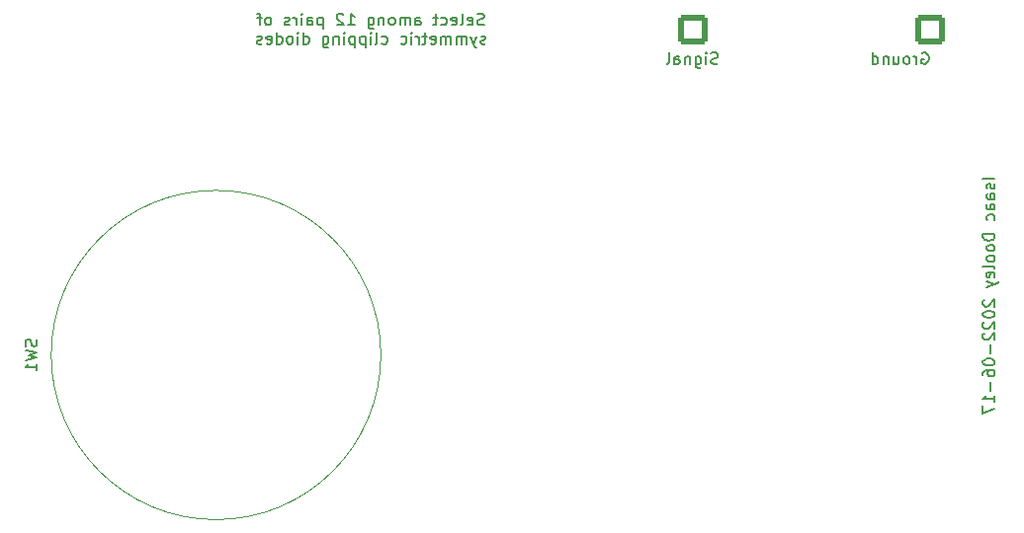
<source format=gbo>
G04 #@! TF.GenerationSoftware,KiCad,Pcbnew,(6.0.5-0)*
G04 #@! TF.CreationDate,2022-06-18T11:44:55-04:00*
G04 #@! TF.ProjectId,Diode Switcher Project,44696f64-6520-4537-9769-746368657220,rev?*
G04 #@! TF.SameCoordinates,Original*
G04 #@! TF.FileFunction,Legend,Bot*
G04 #@! TF.FilePolarity,Positive*
%FSLAX46Y46*%
G04 Gerber Fmt 4.6, Leading zero omitted, Abs format (unit mm)*
G04 Created by KiCad (PCBNEW (6.0.5-0)) date 2022-06-18 11:44:55*
%MOMM*%
%LPD*%
G01*
G04 APERTURE LIST*
G04 Aperture macros list*
%AMRoundRect*
0 Rectangle with rounded corners*
0 $1 Rounding radius*
0 $2 $3 $4 $5 $6 $7 $8 $9 X,Y pos of 4 corners*
0 Add a 4 corners polygon primitive as box body*
4,1,4,$2,$3,$4,$5,$6,$7,$8,$9,$2,$3,0*
0 Add four circle primitives for the rounded corners*
1,1,$1+$1,$2,$3*
1,1,$1+$1,$4,$5*
1,1,$1+$1,$6,$7*
1,1,$1+$1,$8,$9*
0 Add four rect primitives between the rounded corners*
20,1,$1+$1,$2,$3,$4,$5,0*
20,1,$1+$1,$4,$5,$6,$7,0*
20,1,$1+$1,$6,$7,$8,$9,0*
20,1,$1+$1,$8,$9,$2,$3,0*%
G04 Aperture macros list end*
%ADD10C,0.150000*%
%ADD11C,0.120000*%
%ADD12R,2.400000X2.400000*%
%ADD13O,2.400000X2.400000*%
%ADD14R,2.240000X2.240000*%
%ADD15O,2.240000X2.240000*%
%ADD16O,3.000000X3.000000*%
%ADD17RoundRect,0.249999X-1.025001X-1.025001X1.025001X-1.025001X1.025001X1.025001X-1.025001X1.025001X0*%
G04 APERTURE END LIST*
D10*
X99512380Y-33156190D02*
X98512380Y-33156190D01*
X99464761Y-33584761D02*
X99512380Y-33680000D01*
X99512380Y-33870476D01*
X99464761Y-33965714D01*
X99369523Y-34013333D01*
X99321904Y-34013333D01*
X99226666Y-33965714D01*
X99179047Y-33870476D01*
X99179047Y-33727619D01*
X99131428Y-33632380D01*
X99036190Y-33584761D01*
X98988571Y-33584761D01*
X98893333Y-33632380D01*
X98845714Y-33727619D01*
X98845714Y-33870476D01*
X98893333Y-33965714D01*
X99512380Y-34870476D02*
X98988571Y-34870476D01*
X98893333Y-34822857D01*
X98845714Y-34727619D01*
X98845714Y-34537142D01*
X98893333Y-34441904D01*
X99464761Y-34870476D02*
X99512380Y-34775238D01*
X99512380Y-34537142D01*
X99464761Y-34441904D01*
X99369523Y-34394285D01*
X99274285Y-34394285D01*
X99179047Y-34441904D01*
X99131428Y-34537142D01*
X99131428Y-34775238D01*
X99083809Y-34870476D01*
X99512380Y-35775238D02*
X98988571Y-35775238D01*
X98893333Y-35727619D01*
X98845714Y-35632380D01*
X98845714Y-35441904D01*
X98893333Y-35346666D01*
X99464761Y-35775238D02*
X99512380Y-35680000D01*
X99512380Y-35441904D01*
X99464761Y-35346666D01*
X99369523Y-35299047D01*
X99274285Y-35299047D01*
X99179047Y-35346666D01*
X99131428Y-35441904D01*
X99131428Y-35680000D01*
X99083809Y-35775238D01*
X99464761Y-36680000D02*
X99512380Y-36584761D01*
X99512380Y-36394285D01*
X99464761Y-36299047D01*
X99417142Y-36251428D01*
X99321904Y-36203809D01*
X99036190Y-36203809D01*
X98940952Y-36251428D01*
X98893333Y-36299047D01*
X98845714Y-36394285D01*
X98845714Y-36584761D01*
X98893333Y-36680000D01*
X99512380Y-37870476D02*
X98512380Y-37870476D01*
X98512380Y-38108571D01*
X98560000Y-38251428D01*
X98655238Y-38346666D01*
X98750476Y-38394285D01*
X98940952Y-38441904D01*
X99083809Y-38441904D01*
X99274285Y-38394285D01*
X99369523Y-38346666D01*
X99464761Y-38251428D01*
X99512380Y-38108571D01*
X99512380Y-37870476D01*
X99512380Y-39013333D02*
X99464761Y-38918095D01*
X99417142Y-38870476D01*
X99321904Y-38822857D01*
X99036190Y-38822857D01*
X98940952Y-38870476D01*
X98893333Y-38918095D01*
X98845714Y-39013333D01*
X98845714Y-39156190D01*
X98893333Y-39251428D01*
X98940952Y-39299047D01*
X99036190Y-39346666D01*
X99321904Y-39346666D01*
X99417142Y-39299047D01*
X99464761Y-39251428D01*
X99512380Y-39156190D01*
X99512380Y-39013333D01*
X99512380Y-39918095D02*
X99464761Y-39822857D01*
X99417142Y-39775238D01*
X99321904Y-39727619D01*
X99036190Y-39727619D01*
X98940952Y-39775238D01*
X98893333Y-39822857D01*
X98845714Y-39918095D01*
X98845714Y-40060952D01*
X98893333Y-40156190D01*
X98940952Y-40203809D01*
X99036190Y-40251428D01*
X99321904Y-40251428D01*
X99417142Y-40203809D01*
X99464761Y-40156190D01*
X99512380Y-40060952D01*
X99512380Y-39918095D01*
X99512380Y-40822857D02*
X99464761Y-40727619D01*
X99369523Y-40680000D01*
X98512380Y-40680000D01*
X99464761Y-41584761D02*
X99512380Y-41489523D01*
X99512380Y-41299047D01*
X99464761Y-41203809D01*
X99369523Y-41156190D01*
X98988571Y-41156190D01*
X98893333Y-41203809D01*
X98845714Y-41299047D01*
X98845714Y-41489523D01*
X98893333Y-41584761D01*
X98988571Y-41632380D01*
X99083809Y-41632380D01*
X99179047Y-41156190D01*
X98845714Y-41965714D02*
X99512380Y-42203809D01*
X98845714Y-42441904D02*
X99512380Y-42203809D01*
X99750476Y-42108571D01*
X99798095Y-42060952D01*
X99845714Y-41965714D01*
X98607619Y-43537142D02*
X98560000Y-43584761D01*
X98512380Y-43680000D01*
X98512380Y-43918095D01*
X98560000Y-44013333D01*
X98607619Y-44060952D01*
X98702857Y-44108571D01*
X98798095Y-44108571D01*
X98940952Y-44060952D01*
X99512380Y-43489523D01*
X99512380Y-44108571D01*
X98512380Y-44727619D02*
X98512380Y-44822857D01*
X98560000Y-44918095D01*
X98607619Y-44965714D01*
X98702857Y-45013333D01*
X98893333Y-45060952D01*
X99131428Y-45060952D01*
X99321904Y-45013333D01*
X99417142Y-44965714D01*
X99464761Y-44918095D01*
X99512380Y-44822857D01*
X99512380Y-44727619D01*
X99464761Y-44632380D01*
X99417142Y-44584761D01*
X99321904Y-44537142D01*
X99131428Y-44489523D01*
X98893333Y-44489523D01*
X98702857Y-44537142D01*
X98607619Y-44584761D01*
X98560000Y-44632380D01*
X98512380Y-44727619D01*
X98607619Y-45441904D02*
X98560000Y-45489523D01*
X98512380Y-45584761D01*
X98512380Y-45822857D01*
X98560000Y-45918095D01*
X98607619Y-45965714D01*
X98702857Y-46013333D01*
X98798095Y-46013333D01*
X98940952Y-45965714D01*
X99512380Y-45394285D01*
X99512380Y-46013333D01*
X98607619Y-46394285D02*
X98560000Y-46441904D01*
X98512380Y-46537142D01*
X98512380Y-46775238D01*
X98560000Y-46870476D01*
X98607619Y-46918095D01*
X98702857Y-46965714D01*
X98798095Y-46965714D01*
X98940952Y-46918095D01*
X99512380Y-46346666D01*
X99512380Y-46965714D01*
X99131428Y-47394285D02*
X99131428Y-48156190D01*
X98512380Y-48822857D02*
X98512380Y-48918095D01*
X98560000Y-49013333D01*
X98607619Y-49060952D01*
X98702857Y-49108571D01*
X98893333Y-49156190D01*
X99131428Y-49156190D01*
X99321904Y-49108571D01*
X99417142Y-49060952D01*
X99464761Y-49013333D01*
X99512380Y-48918095D01*
X99512380Y-48822857D01*
X99464761Y-48727619D01*
X99417142Y-48679999D01*
X99321904Y-48632380D01*
X99131428Y-48584761D01*
X98893333Y-48584761D01*
X98702857Y-48632380D01*
X98607619Y-48679999D01*
X98560000Y-48727619D01*
X98512380Y-48822857D01*
X98512380Y-50013333D02*
X98512380Y-49822857D01*
X98560000Y-49727619D01*
X98607619Y-49679999D01*
X98750476Y-49584761D01*
X98940952Y-49537142D01*
X99321904Y-49537142D01*
X99417142Y-49584761D01*
X99464761Y-49632380D01*
X99512380Y-49727619D01*
X99512380Y-49918095D01*
X99464761Y-50013333D01*
X99417142Y-50060952D01*
X99321904Y-50108571D01*
X99083809Y-50108571D01*
X98988571Y-50060952D01*
X98940952Y-50013333D01*
X98893333Y-49918095D01*
X98893333Y-49727619D01*
X98940952Y-49632380D01*
X98988571Y-49584761D01*
X99083809Y-49537142D01*
X99131428Y-50537142D02*
X99131428Y-51299047D01*
X99512380Y-52299047D02*
X99512380Y-51727619D01*
X99512380Y-52013333D02*
X98512380Y-52013333D01*
X98655238Y-51918095D01*
X98750476Y-51822857D01*
X98798095Y-51727619D01*
X98512380Y-52632380D02*
X98512380Y-53299047D01*
X99512380Y-52870476D01*
X55767619Y-19919761D02*
X55624761Y-19967380D01*
X55386666Y-19967380D01*
X55291428Y-19919761D01*
X55243809Y-19872142D01*
X55196190Y-19776904D01*
X55196190Y-19681666D01*
X55243809Y-19586428D01*
X55291428Y-19538809D01*
X55386666Y-19491190D01*
X55577142Y-19443571D01*
X55672380Y-19395952D01*
X55720000Y-19348333D01*
X55767619Y-19253095D01*
X55767619Y-19157857D01*
X55720000Y-19062619D01*
X55672380Y-19015000D01*
X55577142Y-18967380D01*
X55339047Y-18967380D01*
X55196190Y-19015000D01*
X54386666Y-19919761D02*
X54481904Y-19967380D01*
X54672380Y-19967380D01*
X54767619Y-19919761D01*
X54815238Y-19824523D01*
X54815238Y-19443571D01*
X54767619Y-19348333D01*
X54672380Y-19300714D01*
X54481904Y-19300714D01*
X54386666Y-19348333D01*
X54339047Y-19443571D01*
X54339047Y-19538809D01*
X54815238Y-19634047D01*
X53767619Y-19967380D02*
X53862857Y-19919761D01*
X53910476Y-19824523D01*
X53910476Y-18967380D01*
X53005714Y-19919761D02*
X53100952Y-19967380D01*
X53291428Y-19967380D01*
X53386666Y-19919761D01*
X53434285Y-19824523D01*
X53434285Y-19443571D01*
X53386666Y-19348333D01*
X53291428Y-19300714D01*
X53100952Y-19300714D01*
X53005714Y-19348333D01*
X52958095Y-19443571D01*
X52958095Y-19538809D01*
X53434285Y-19634047D01*
X52100952Y-19919761D02*
X52196190Y-19967380D01*
X52386666Y-19967380D01*
X52481904Y-19919761D01*
X52529523Y-19872142D01*
X52577142Y-19776904D01*
X52577142Y-19491190D01*
X52529523Y-19395952D01*
X52481904Y-19348333D01*
X52386666Y-19300714D01*
X52196190Y-19300714D01*
X52100952Y-19348333D01*
X51815238Y-19300714D02*
X51434285Y-19300714D01*
X51672380Y-18967380D02*
X51672380Y-19824523D01*
X51624761Y-19919761D01*
X51529523Y-19967380D01*
X51434285Y-19967380D01*
X49910476Y-19967380D02*
X49910476Y-19443571D01*
X49958095Y-19348333D01*
X50053333Y-19300714D01*
X50243809Y-19300714D01*
X50339047Y-19348333D01*
X49910476Y-19919761D02*
X50005714Y-19967380D01*
X50243809Y-19967380D01*
X50339047Y-19919761D01*
X50386666Y-19824523D01*
X50386666Y-19729285D01*
X50339047Y-19634047D01*
X50243809Y-19586428D01*
X50005714Y-19586428D01*
X49910476Y-19538809D01*
X49434285Y-19967380D02*
X49434285Y-19300714D01*
X49434285Y-19395952D02*
X49386666Y-19348333D01*
X49291428Y-19300714D01*
X49148571Y-19300714D01*
X49053333Y-19348333D01*
X49005714Y-19443571D01*
X49005714Y-19967380D01*
X49005714Y-19443571D02*
X48958095Y-19348333D01*
X48862857Y-19300714D01*
X48720000Y-19300714D01*
X48624761Y-19348333D01*
X48577142Y-19443571D01*
X48577142Y-19967380D01*
X47958095Y-19967380D02*
X48053333Y-19919761D01*
X48100952Y-19872142D01*
X48148571Y-19776904D01*
X48148571Y-19491190D01*
X48100952Y-19395952D01*
X48053333Y-19348333D01*
X47958095Y-19300714D01*
X47815238Y-19300714D01*
X47720000Y-19348333D01*
X47672380Y-19395952D01*
X47624761Y-19491190D01*
X47624761Y-19776904D01*
X47672380Y-19872142D01*
X47720000Y-19919761D01*
X47815238Y-19967380D01*
X47958095Y-19967380D01*
X47196190Y-19300714D02*
X47196190Y-19967380D01*
X47196190Y-19395952D02*
X47148571Y-19348333D01*
X47053333Y-19300714D01*
X46910476Y-19300714D01*
X46815238Y-19348333D01*
X46767619Y-19443571D01*
X46767619Y-19967380D01*
X45862857Y-19300714D02*
X45862857Y-20110238D01*
X45910476Y-20205476D01*
X45958095Y-20253095D01*
X46053333Y-20300714D01*
X46196190Y-20300714D01*
X46291428Y-20253095D01*
X45862857Y-19919761D02*
X45958095Y-19967380D01*
X46148571Y-19967380D01*
X46243809Y-19919761D01*
X46291428Y-19872142D01*
X46339047Y-19776904D01*
X46339047Y-19491190D01*
X46291428Y-19395952D01*
X46243809Y-19348333D01*
X46148571Y-19300714D01*
X45958095Y-19300714D01*
X45862857Y-19348333D01*
X44100952Y-19967380D02*
X44672380Y-19967380D01*
X44386666Y-19967380D02*
X44386666Y-18967380D01*
X44481904Y-19110238D01*
X44577142Y-19205476D01*
X44672380Y-19253095D01*
X43720000Y-19062619D02*
X43672380Y-19015000D01*
X43577142Y-18967380D01*
X43339047Y-18967380D01*
X43243809Y-19015000D01*
X43196190Y-19062619D01*
X43148571Y-19157857D01*
X43148571Y-19253095D01*
X43196190Y-19395952D01*
X43767619Y-19967380D01*
X43148571Y-19967380D01*
X41958095Y-19300714D02*
X41958095Y-20300714D01*
X41958095Y-19348333D02*
X41862857Y-19300714D01*
X41672380Y-19300714D01*
X41577142Y-19348333D01*
X41529523Y-19395952D01*
X41481904Y-19491190D01*
X41481904Y-19776904D01*
X41529523Y-19872142D01*
X41577142Y-19919761D01*
X41672380Y-19967380D01*
X41862857Y-19967380D01*
X41958095Y-19919761D01*
X40624761Y-19967380D02*
X40624761Y-19443571D01*
X40672380Y-19348333D01*
X40767619Y-19300714D01*
X40958095Y-19300714D01*
X41053333Y-19348333D01*
X40624761Y-19919761D02*
X40720000Y-19967380D01*
X40958095Y-19967380D01*
X41053333Y-19919761D01*
X41100952Y-19824523D01*
X41100952Y-19729285D01*
X41053333Y-19634047D01*
X40958095Y-19586428D01*
X40720000Y-19586428D01*
X40624761Y-19538809D01*
X40148571Y-19967380D02*
X40148571Y-19300714D01*
X40148571Y-18967380D02*
X40196190Y-19015000D01*
X40148571Y-19062619D01*
X40100952Y-19015000D01*
X40148571Y-18967380D01*
X40148571Y-19062619D01*
X39672380Y-19967380D02*
X39672380Y-19300714D01*
X39672380Y-19491190D02*
X39624761Y-19395952D01*
X39577142Y-19348333D01*
X39481904Y-19300714D01*
X39386666Y-19300714D01*
X39100952Y-19919761D02*
X39005714Y-19967380D01*
X38815238Y-19967380D01*
X38720000Y-19919761D01*
X38672380Y-19824523D01*
X38672380Y-19776904D01*
X38720000Y-19681666D01*
X38815238Y-19634047D01*
X38958095Y-19634047D01*
X39053333Y-19586428D01*
X39100952Y-19491190D01*
X39100952Y-19443571D01*
X39053333Y-19348333D01*
X38958095Y-19300714D01*
X38815238Y-19300714D01*
X38720000Y-19348333D01*
X37339047Y-19967380D02*
X37434285Y-19919761D01*
X37481904Y-19872142D01*
X37529523Y-19776904D01*
X37529523Y-19491190D01*
X37481904Y-19395952D01*
X37434285Y-19348333D01*
X37339047Y-19300714D01*
X37196190Y-19300714D01*
X37100952Y-19348333D01*
X37053333Y-19395952D01*
X37005714Y-19491190D01*
X37005714Y-19776904D01*
X37053333Y-19872142D01*
X37100952Y-19919761D01*
X37196190Y-19967380D01*
X37339047Y-19967380D01*
X36720000Y-19300714D02*
X36339047Y-19300714D01*
X36577142Y-19967380D02*
X36577142Y-19110238D01*
X36529523Y-19015000D01*
X36434285Y-18967380D01*
X36339047Y-18967380D01*
X55886666Y-21529761D02*
X55791428Y-21577380D01*
X55600952Y-21577380D01*
X55505714Y-21529761D01*
X55458095Y-21434523D01*
X55458095Y-21386904D01*
X55505714Y-21291666D01*
X55600952Y-21244047D01*
X55743809Y-21244047D01*
X55839047Y-21196428D01*
X55886666Y-21101190D01*
X55886666Y-21053571D01*
X55839047Y-20958333D01*
X55743809Y-20910714D01*
X55600952Y-20910714D01*
X55505714Y-20958333D01*
X55124761Y-20910714D02*
X54886666Y-21577380D01*
X54648571Y-20910714D02*
X54886666Y-21577380D01*
X54981904Y-21815476D01*
X55029523Y-21863095D01*
X55124761Y-21910714D01*
X54267619Y-21577380D02*
X54267619Y-20910714D01*
X54267619Y-21005952D02*
X54220000Y-20958333D01*
X54124761Y-20910714D01*
X53981904Y-20910714D01*
X53886666Y-20958333D01*
X53839047Y-21053571D01*
X53839047Y-21577380D01*
X53839047Y-21053571D02*
X53791428Y-20958333D01*
X53696190Y-20910714D01*
X53553333Y-20910714D01*
X53458095Y-20958333D01*
X53410476Y-21053571D01*
X53410476Y-21577380D01*
X52934285Y-21577380D02*
X52934285Y-20910714D01*
X52934285Y-21005952D02*
X52886666Y-20958333D01*
X52791428Y-20910714D01*
X52648571Y-20910714D01*
X52553333Y-20958333D01*
X52505714Y-21053571D01*
X52505714Y-21577380D01*
X52505714Y-21053571D02*
X52458095Y-20958333D01*
X52362857Y-20910714D01*
X52220000Y-20910714D01*
X52124761Y-20958333D01*
X52077142Y-21053571D01*
X52077142Y-21577380D01*
X51220000Y-21529761D02*
X51315238Y-21577380D01*
X51505714Y-21577380D01*
X51600952Y-21529761D01*
X51648571Y-21434523D01*
X51648571Y-21053571D01*
X51600952Y-20958333D01*
X51505714Y-20910714D01*
X51315238Y-20910714D01*
X51220000Y-20958333D01*
X51172380Y-21053571D01*
X51172380Y-21148809D01*
X51648571Y-21244047D01*
X50886666Y-20910714D02*
X50505714Y-20910714D01*
X50743809Y-20577380D02*
X50743809Y-21434523D01*
X50696190Y-21529761D01*
X50600952Y-21577380D01*
X50505714Y-21577380D01*
X50172380Y-21577380D02*
X50172380Y-20910714D01*
X50172380Y-21101190D02*
X50124761Y-21005952D01*
X50077142Y-20958333D01*
X49981904Y-20910714D01*
X49886666Y-20910714D01*
X49553333Y-21577380D02*
X49553333Y-20910714D01*
X49553333Y-20577380D02*
X49600952Y-20625000D01*
X49553333Y-20672619D01*
X49505714Y-20625000D01*
X49553333Y-20577380D01*
X49553333Y-20672619D01*
X48648571Y-21529761D02*
X48743809Y-21577380D01*
X48934285Y-21577380D01*
X49029523Y-21529761D01*
X49077142Y-21482142D01*
X49124761Y-21386904D01*
X49124761Y-21101190D01*
X49077142Y-21005952D01*
X49029523Y-20958333D01*
X48934285Y-20910714D01*
X48743809Y-20910714D01*
X48648571Y-20958333D01*
X47029523Y-21529761D02*
X47124761Y-21577380D01*
X47315238Y-21577380D01*
X47410476Y-21529761D01*
X47458095Y-21482142D01*
X47505714Y-21386904D01*
X47505714Y-21101190D01*
X47458095Y-21005952D01*
X47410476Y-20958333D01*
X47315238Y-20910714D01*
X47124761Y-20910714D01*
X47029523Y-20958333D01*
X46458095Y-21577380D02*
X46553333Y-21529761D01*
X46600952Y-21434523D01*
X46600952Y-20577380D01*
X46077142Y-21577380D02*
X46077142Y-20910714D01*
X46077142Y-20577380D02*
X46124761Y-20625000D01*
X46077142Y-20672619D01*
X46029523Y-20625000D01*
X46077142Y-20577380D01*
X46077142Y-20672619D01*
X45600952Y-20910714D02*
X45600952Y-21910714D01*
X45600952Y-20958333D02*
X45505714Y-20910714D01*
X45315238Y-20910714D01*
X45220000Y-20958333D01*
X45172380Y-21005952D01*
X45124761Y-21101190D01*
X45124761Y-21386904D01*
X45172380Y-21482142D01*
X45220000Y-21529761D01*
X45315238Y-21577380D01*
X45505714Y-21577380D01*
X45600952Y-21529761D01*
X44696190Y-20910714D02*
X44696190Y-21910714D01*
X44696190Y-20958333D02*
X44600952Y-20910714D01*
X44410476Y-20910714D01*
X44315238Y-20958333D01*
X44267619Y-21005952D01*
X44220000Y-21101190D01*
X44220000Y-21386904D01*
X44267619Y-21482142D01*
X44315238Y-21529761D01*
X44410476Y-21577380D01*
X44600952Y-21577380D01*
X44696190Y-21529761D01*
X43791428Y-21577380D02*
X43791428Y-20910714D01*
X43791428Y-20577380D02*
X43839047Y-20625000D01*
X43791428Y-20672619D01*
X43743809Y-20625000D01*
X43791428Y-20577380D01*
X43791428Y-20672619D01*
X43315238Y-20910714D02*
X43315238Y-21577380D01*
X43315238Y-21005952D02*
X43267619Y-20958333D01*
X43172380Y-20910714D01*
X43029523Y-20910714D01*
X42934285Y-20958333D01*
X42886666Y-21053571D01*
X42886666Y-21577380D01*
X41981904Y-20910714D02*
X41981904Y-21720238D01*
X42029523Y-21815476D01*
X42077142Y-21863095D01*
X42172380Y-21910714D01*
X42315238Y-21910714D01*
X42410476Y-21863095D01*
X41981904Y-21529761D02*
X42077142Y-21577380D01*
X42267619Y-21577380D01*
X42362857Y-21529761D01*
X42410476Y-21482142D01*
X42458095Y-21386904D01*
X42458095Y-21101190D01*
X42410476Y-21005952D01*
X42362857Y-20958333D01*
X42267619Y-20910714D01*
X42077142Y-20910714D01*
X41981904Y-20958333D01*
X40315238Y-21577380D02*
X40315238Y-20577380D01*
X40315238Y-21529761D02*
X40410476Y-21577380D01*
X40600952Y-21577380D01*
X40696190Y-21529761D01*
X40743809Y-21482142D01*
X40791428Y-21386904D01*
X40791428Y-21101190D01*
X40743809Y-21005952D01*
X40696190Y-20958333D01*
X40600952Y-20910714D01*
X40410476Y-20910714D01*
X40315238Y-20958333D01*
X39839047Y-21577380D02*
X39839047Y-20910714D01*
X39839047Y-20577380D02*
X39886666Y-20625000D01*
X39839047Y-20672619D01*
X39791428Y-20625000D01*
X39839047Y-20577380D01*
X39839047Y-20672619D01*
X39220000Y-21577380D02*
X39315238Y-21529761D01*
X39362857Y-21482142D01*
X39410476Y-21386904D01*
X39410476Y-21101190D01*
X39362857Y-21005952D01*
X39315238Y-20958333D01*
X39220000Y-20910714D01*
X39077142Y-20910714D01*
X38981904Y-20958333D01*
X38934285Y-21005952D01*
X38886666Y-21101190D01*
X38886666Y-21386904D01*
X38934285Y-21482142D01*
X38981904Y-21529761D01*
X39077142Y-21577380D01*
X39220000Y-21577380D01*
X38029523Y-21577380D02*
X38029523Y-20577380D01*
X38029523Y-21529761D02*
X38124761Y-21577380D01*
X38315238Y-21577380D01*
X38410476Y-21529761D01*
X38458095Y-21482142D01*
X38505714Y-21386904D01*
X38505714Y-21101190D01*
X38458095Y-21005952D01*
X38410476Y-20958333D01*
X38315238Y-20910714D01*
X38124761Y-20910714D01*
X38029523Y-20958333D01*
X37172380Y-21529761D02*
X37267619Y-21577380D01*
X37458095Y-21577380D01*
X37553333Y-21529761D01*
X37600952Y-21434523D01*
X37600952Y-21053571D01*
X37553333Y-20958333D01*
X37458095Y-20910714D01*
X37267619Y-20910714D01*
X37172380Y-20958333D01*
X37124761Y-21053571D01*
X37124761Y-21148809D01*
X37600952Y-21244047D01*
X36743809Y-21529761D02*
X36648571Y-21577380D01*
X36458095Y-21577380D01*
X36362857Y-21529761D01*
X36315238Y-21434523D01*
X36315238Y-21386904D01*
X36362857Y-21291666D01*
X36458095Y-21244047D01*
X36600952Y-21244047D01*
X36696190Y-21196428D01*
X36743809Y-21101190D01*
X36743809Y-21053571D01*
X36696190Y-20958333D01*
X36600952Y-20910714D01*
X36458095Y-20910714D01*
X36362857Y-20958333D01*
X93297142Y-22360000D02*
X93392380Y-22312380D01*
X93535238Y-22312380D01*
X93678095Y-22360000D01*
X93773333Y-22455238D01*
X93820952Y-22550476D01*
X93868571Y-22740952D01*
X93868571Y-22883809D01*
X93820952Y-23074285D01*
X93773333Y-23169523D01*
X93678095Y-23264761D01*
X93535238Y-23312380D01*
X93440000Y-23312380D01*
X93297142Y-23264761D01*
X93249523Y-23217142D01*
X93249523Y-22883809D01*
X93440000Y-22883809D01*
X92820952Y-23312380D02*
X92820952Y-22645714D01*
X92820952Y-22836190D02*
X92773333Y-22740952D01*
X92725714Y-22693333D01*
X92630476Y-22645714D01*
X92535238Y-22645714D01*
X92059047Y-23312380D02*
X92154285Y-23264761D01*
X92201904Y-23217142D01*
X92249523Y-23121904D01*
X92249523Y-22836190D01*
X92201904Y-22740952D01*
X92154285Y-22693333D01*
X92059047Y-22645714D01*
X91916190Y-22645714D01*
X91820952Y-22693333D01*
X91773333Y-22740952D01*
X91725714Y-22836190D01*
X91725714Y-23121904D01*
X91773333Y-23217142D01*
X91820952Y-23264761D01*
X91916190Y-23312380D01*
X92059047Y-23312380D01*
X90868571Y-22645714D02*
X90868571Y-23312380D01*
X91297142Y-22645714D02*
X91297142Y-23169523D01*
X91249523Y-23264761D01*
X91154285Y-23312380D01*
X91011428Y-23312380D01*
X90916190Y-23264761D01*
X90868571Y-23217142D01*
X90392380Y-22645714D02*
X90392380Y-23312380D01*
X90392380Y-22740952D02*
X90344761Y-22693333D01*
X90249523Y-22645714D01*
X90106666Y-22645714D01*
X90011428Y-22693333D01*
X89963809Y-22788571D01*
X89963809Y-23312380D01*
X89059047Y-23312380D02*
X89059047Y-22312380D01*
X89059047Y-23264761D02*
X89154285Y-23312380D01*
X89344761Y-23312380D01*
X89440000Y-23264761D01*
X89487619Y-23217142D01*
X89535238Y-23121904D01*
X89535238Y-22836190D01*
X89487619Y-22740952D01*
X89440000Y-22693333D01*
X89344761Y-22645714D01*
X89154285Y-22645714D01*
X89059047Y-22693333D01*
X75802857Y-23264761D02*
X75660000Y-23312380D01*
X75421904Y-23312380D01*
X75326666Y-23264761D01*
X75279047Y-23217142D01*
X75231428Y-23121904D01*
X75231428Y-23026666D01*
X75279047Y-22931428D01*
X75326666Y-22883809D01*
X75421904Y-22836190D01*
X75612380Y-22788571D01*
X75707619Y-22740952D01*
X75755238Y-22693333D01*
X75802857Y-22598095D01*
X75802857Y-22502857D01*
X75755238Y-22407619D01*
X75707619Y-22360000D01*
X75612380Y-22312380D01*
X75374285Y-22312380D01*
X75231428Y-22360000D01*
X74802857Y-23312380D02*
X74802857Y-22645714D01*
X74802857Y-22312380D02*
X74850476Y-22360000D01*
X74802857Y-22407619D01*
X74755238Y-22360000D01*
X74802857Y-22312380D01*
X74802857Y-22407619D01*
X73898095Y-22645714D02*
X73898095Y-23455238D01*
X73945714Y-23550476D01*
X73993333Y-23598095D01*
X74088571Y-23645714D01*
X74231428Y-23645714D01*
X74326666Y-23598095D01*
X73898095Y-23264761D02*
X73993333Y-23312380D01*
X74183809Y-23312380D01*
X74279047Y-23264761D01*
X74326666Y-23217142D01*
X74374285Y-23121904D01*
X74374285Y-22836190D01*
X74326666Y-22740952D01*
X74279047Y-22693333D01*
X74183809Y-22645714D01*
X73993333Y-22645714D01*
X73898095Y-22693333D01*
X73421904Y-22645714D02*
X73421904Y-23312380D01*
X73421904Y-22740952D02*
X73374285Y-22693333D01*
X73279047Y-22645714D01*
X73136190Y-22645714D01*
X73040952Y-22693333D01*
X72993333Y-22788571D01*
X72993333Y-23312380D01*
X72088571Y-23312380D02*
X72088571Y-22788571D01*
X72136190Y-22693333D01*
X72231428Y-22645714D01*
X72421904Y-22645714D01*
X72517142Y-22693333D01*
X72088571Y-23264761D02*
X72183809Y-23312380D01*
X72421904Y-23312380D01*
X72517142Y-23264761D01*
X72564761Y-23169523D01*
X72564761Y-23074285D01*
X72517142Y-22979047D01*
X72421904Y-22931428D01*
X72183809Y-22931428D01*
X72088571Y-22883809D01*
X71469523Y-23312380D02*
X71564761Y-23264761D01*
X71612380Y-23169523D01*
X71612380Y-22312380D01*
X17430000Y-46926666D02*
X17477619Y-47069523D01*
X17477619Y-47307619D01*
X17430000Y-47402857D01*
X17382381Y-47450476D01*
X17287143Y-47498095D01*
X17191905Y-47498095D01*
X17096667Y-47450476D01*
X17049048Y-47402857D01*
X17001429Y-47307619D01*
X16953810Y-47117142D01*
X16906191Y-47021904D01*
X16858572Y-46974285D01*
X16763334Y-46926666D01*
X16668096Y-46926666D01*
X16572858Y-46974285D01*
X16525239Y-47021904D01*
X16477619Y-47117142D01*
X16477619Y-47355238D01*
X16525239Y-47498095D01*
X16477619Y-47831428D02*
X17477619Y-48069523D01*
X16763334Y-48260000D01*
X17477619Y-48450476D01*
X16477619Y-48688571D01*
X17477619Y-49593333D02*
X17477619Y-49021904D01*
X17477619Y-49307619D02*
X16477619Y-49307619D01*
X16620477Y-49212380D01*
X16715715Y-49117142D01*
X16763334Y-49021904D01*
D11*
X46940239Y-48260000D02*
G75*
G03*
X46940239Y-48260000I-14120000J0D01*
G01*
%LPC*%
D12*
X38100000Y-30480000D03*
D13*
X43180000Y-30480000D03*
D12*
X43180000Y-25400000D03*
D13*
X38100000Y-25400000D03*
D14*
X27940000Y-30480000D03*
D15*
X30480000Y-30480000D03*
X27940000Y-25400000D03*
D14*
X30480000Y-25400000D03*
D16*
X43542015Y-45387109D03*
X40669124Y-40411115D03*
X35693130Y-37538224D03*
X29947348Y-37538224D03*
X24971354Y-40411115D03*
X22098463Y-45387109D03*
X22098463Y-51132891D03*
X24971354Y-56108885D03*
X29947348Y-58981776D03*
X35693130Y-58981776D03*
X40669124Y-56108885D03*
X43542015Y-51132891D03*
X35542600Y-45537639D03*
D17*
X73660000Y-20320000D03*
X93980000Y-20320000D03*
D12*
X91086161Y-62149921D03*
D13*
X106326161Y-62149921D03*
D12*
X106326161Y-57069921D03*
D13*
X91086161Y-57069921D03*
D12*
X91165366Y-51564581D03*
D13*
X106405366Y-51564581D03*
D12*
X106405366Y-46484581D03*
D13*
X91165366Y-46484581D03*
D12*
X91365127Y-41007210D03*
D13*
X106605127Y-41007210D03*
D12*
X106605127Y-35927210D03*
D13*
X91365127Y-35927210D03*
D12*
X91440000Y-30480000D03*
D13*
X106680000Y-30480000D03*
D12*
X106680000Y-25400000D03*
D13*
X91440000Y-25400000D03*
D12*
X70766161Y-62149921D03*
D13*
X86006161Y-62149921D03*
D12*
X86006161Y-57069921D03*
D13*
X70766161Y-57069921D03*
D12*
X70845366Y-51564581D03*
D13*
X86085366Y-51564581D03*
D12*
X86085366Y-46484581D03*
D13*
X70845366Y-46484581D03*
D12*
X71045127Y-41007210D03*
D13*
X86285127Y-41007210D03*
D12*
X86285127Y-35927210D03*
D13*
X71045127Y-35927210D03*
D12*
X71120000Y-30480000D03*
D13*
X86360000Y-30480000D03*
D12*
X86360000Y-25400000D03*
D13*
X71120000Y-25400000D03*
D12*
X50446161Y-62149921D03*
D13*
X65686161Y-62149921D03*
D12*
X65686161Y-57069921D03*
D13*
X50446161Y-57069921D03*
D12*
X50525366Y-51564581D03*
D13*
X65765366Y-51564581D03*
D12*
X65765366Y-46484581D03*
D13*
X50525366Y-46484581D03*
D12*
X50725127Y-41147210D03*
D13*
X65965127Y-41147210D03*
D12*
X65965127Y-35927210D03*
D13*
X50725127Y-35927210D03*
D12*
X50800000Y-30480000D03*
D13*
X66040000Y-30480000D03*
D12*
X66040000Y-25400000D03*
D13*
X50800000Y-25400000D03*
M02*

</source>
